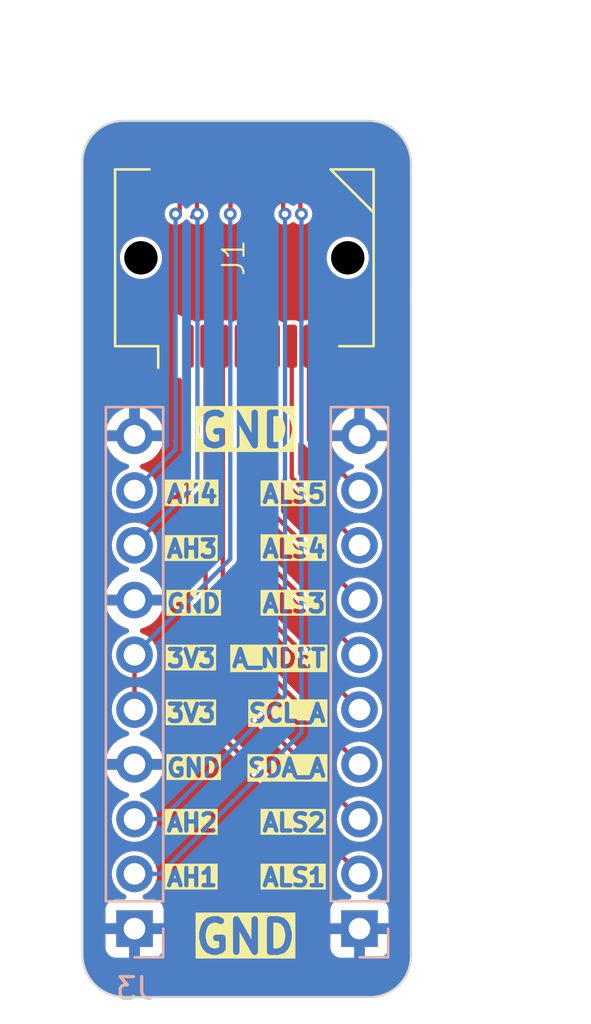
<source format=kicad_pcb>
(kicad_pcb (version 20240108) (generator "pcbnew") (generator_version "8.0")
  (layers (0 "F.Cu" signal) (31 "B.Cu" signal) (34 "B.Paste" user) (35 "F.Paste" user) (36 "B.SilkS" user "B.Silkscreen") (37 "F.SilkS" user "F.Silkscreen") (38 "B.Mask" user) (39 "F.Mask" user) (44 "Edge.Cuts" user))
  (net 0 "")
  (net 1 "/GND")
  (net 2 "/ALS1")
  (net 3 "/ALS2")
  (net 4 "/SDA_A")
  (net 5 "/SCL_A")
  (net 6 "/A_NDET")
  (net 7 "/ALS3")
  (net 8 "/ALS4")
  (net 9 "/ALS5")
  (net 10 "/AH1")
  (net 11 "/AH2")
  (net 12 "/PORTA_3V3")
  (net 13 "/AH3")
  (net 14 "/AH4")
  (footprint "tildagon:SFP" (layer "F.Cu") (at 81.17095 57.15 90)
    (property "Reference" "J1" (at 0 -0.5 90) (layer "F.SilkS") (effects (font (thickness 0.1))))
    (property "Value" "Conn_02x10_Counter_Clockwise")
    (fp_line (start 4.1 -6) (end -4.1 -6) (stroke (width 0.12)) (layer "F.SilkS"))
    (fp_line (start -4.1 -6) (end -4.1 -4) (stroke (width 0.12)) (layer "F.SilkS"))
    (fp_line (start 4.1 -4.4) (end 4.1 -6) (stroke (width 0.12)) (layer "F.SilkS"))
    (fp_line (start -4.1 -4) (end -5.1 -4) (stroke (width 0.12)) (layer "F.SilkS"))
    (fp_line (start 4.1 4) (end 4.1 6) (stroke (width 0.12)) (layer "F.SilkS"))
    (fp_line (start -4.1 4.4) (end -4.1 6) (stroke (width 0.12)) (layer "F.SilkS"))
    (fp_line (start 4.1 6) (end -4.1 6) (stroke (width 0.12)) (layer "F.SilkS"))
    (fp_line (start 2.1 6) (end 4.1 4) (stroke (width 0.12)) (layer "F.SilkS"))
    (pad "" np_thru_hole circle (at 0 -4.8 90) (size 2 2) (drill 1.55) (layers "*.Mask"))
    (pad "" np_thru_hole circle (at 0 4.8 90) (size 2 2) (drill 1.55) (layers "*.Mask"))
    (pad "1" smd roundrect (at -4.1 -3.4 90) (size 2 0.5) (layers "F.Cu" "F.Paste" "F.Mask") (net 1 "/GND"))
    (pad "2" smd roundrect (at -4.1 -2.6 90) (size 2 0.5) (layers "F.Cu" "F.Paste" "F.Mask") (net 2 "/ALS1"))
    (pad "3" smd roundrect (at -4.1 -1.8 90) (size 2 0.5) (layers "F.Cu" "F.Paste" "F.Mask") (net 3 "/ALS2"))
    (pad "4" smd roundrect (at -4.1 -1 90) (size 2 0.5) (layers "F.Cu" "F.Paste" "F.Mask") (net 4 "/SDA_A"))
    (pad "5" smd roundrect (at -4.1 -0.2 90) (size 2 0.5) (layers "F.Cu" "F.Paste" "F.Mask") (net 5 "/SCL_A"))
    (pad "6" smd roundrect (at -4.1 0.6 90) (size 2 0.5) (layers "F.Cu" "F.Paste" "F.Mask") (net 6 "/A_NDET"))
    (pad "7" smd roundrect (at -4.1 1.4 90) (size 2 0.5) (layers "F.Cu" "F.Paste" "F.Mask") (net 7 "/ALS3"))
    (pad "8" smd roundrect (at -4.1 2.2 90) (size 2 0.5) (layers "F.Cu" "F.Paste" "F.Mask") (net 8 "/ALS4"))
    (pad "9" smd roundrect (at -4.1 3 90) (size 2 0.5) (layers "F.Cu" "F.Paste" "F.Mask") (net 9 "/ALS5"))
    (pad "10" smd roundrect (at -4.1 3.8 90) (size 2 0.5) (layers "F.Cu" "F.Paste" "F.Mask") (net 1 "/GND"))
    (pad "11" smd roundrect (at 4.1 3.4 90) (size 2 0.5) (layers "F.Cu" "F.Paste" "F.Mask") (net 1 "/GND"))
    (pad "12" smd roundrect (at 4.1 2.6 90) (size 2 0.5) (layers "F.Cu" "F.Paste" "F.Mask") (net 10 "/AH1"))
    (pad "13" smd roundrect (at 4.1 1.8 90) (size 2 0.5) (layers "F.Cu" "F.Paste" "F.Mask") (net 11 "/AH2"))
    (pad "14" smd roundrect (at 4.1 1 90) (size 2 0.5) (layers "F.Cu" "F.Paste" "F.Mask") (net 1 "/GND"))
    (pad "15" smd roundrect (at 4.1 0.2 90) (size 2 0.5) (layers "F.Cu" "F.Paste" "F.Mask") (net 12 "/PORTA_3V3"))
    (pad "16" smd roundrect (at 4.1 -0.6 90) (size 2 0.5) (layers "F.Cu" "F.Paste" "F.Mask") (net 12 "/PORTA_3V3"))
    (pad "17" smd roundrect (at 4.1 -1.4 90) (size 2 0.5) (layers "F.Cu" "F.Paste" "F.Mask") (net 1 "/GND"))
    (pad "18" smd roundrect (at 4.1 -2.2 90) (size 2 0.5) (layers "F.Cu" "F.Paste" "F.Mask") (net 13 "/AH3"))
    (pad "19" smd roundrect (at 4.1 -3 90) (size 2 0.5) (layers "F.Cu" "F.Paste" "F.Mask") (net 14 "/AH4"))
    (pad "20" smd roundrect (at 4.1 -3.8 90) (size 2 0.5) (layers "F.Cu" "F.Paste" "F.Mask") (net 1 "/GND"))
  )
  (footprint "Connector_PinSocket_2.54mm:PinSocket_1x10_P2.54mm_Vertical" (layer "B.Cu") (at 76.072997 88.264999)
    (property "Reference" "J3" (at 0 2.77 0) (layer "B.SilkS") (effects (justify mirror)))
    (property "Value" "Conn_01x10_Pin")
    (fp_line (start -1.33 -24.19) (end 1.33 -24.19) (stroke (width 0.12)) (layer "B.SilkS"))
    (fp_line (start -1.33 -1.27) (end -1.33 -24.19) (stroke (width 0.12)) (layer "B.SilkS"))
    (fp_line (start -1.33 -1.27) (end 1.33 -1.27) (stroke (width 0.12)) (layer "B.SilkS"))
    (fp_line (start 0 1.33) (end 1.33 1.33) (stroke (width 0.12)) (layer "B.SilkS"))
    (fp_line (start 1.33 -1.27) (end 1.33 -24.19) (stroke (width 0.12)) (layer "B.SilkS"))
    (fp_line (start 1.33 1.33) (end 1.33 0) (stroke (width 0.12)) (layer "B.SilkS"))
    (pad "1" thru_hole rect (at 0 0) (size 1.7 1.7) (drill 1) (layers "*.Cu" "*.Mask") (net 1 "/GND"))
    (pad "2" thru_hole oval (at 0 -2.54) (size 1.7 1.7) (drill 1) (layers "*.Cu" "*.Mask") (net 10 "/AH1"))
    (pad "3" thru_hole oval (at 0 -5.08) (size 1.7 1.7) (drill 1) (layers "*.Cu" "*.Mask") (net 11 "/AH2"))
    (pad "4" thru_hole oval (at 0 -7.62) (size 1.7 1.7) (drill 1) (layers "*.Cu" "*.Mask") (net 1 "/GND"))
    (pad "5" thru_hole oval (at 0 -10.16) (size 1.7 1.7) (drill 1) (layers "*.Cu" "*.Mask") (net 12 "/PORTA_3V3"))
    (pad "6" thru_hole oval (at 0 -12.7) (size 1.7 1.7) (drill 1) (layers "*.Cu" "*.Mask") (net 12 "/PORTA_3V3"))
    (pad "7" thru_hole oval (at 0 -15.24) (size 1.7 1.7) (drill 1) (layers "*.Cu" "*.Mask") (net 1 "/GND"))
    (pad "8" thru_hole oval (at 0 -17.78) (size 1.7 1.7) (drill 1) (layers "*.Cu" "*.Mask") (net 13 "/AH3"))
    (pad "9" thru_hole oval (at 0 -20.32) (size 1.7 1.7) (drill 1) (layers "*.Cu" "*.Mask") (net 14 "/AH4"))
    (pad "10" thru_hole oval (at 0 -22.86) (size 1.7 1.7) (drill 1) (layers "*.Cu" "*.Mask") (net 1 "/GND"))
  )
  (footprint "Connector_PinSocket_2.54mm:PinSocket_1x10_P2.54mm_Vertical" (layer "B.Cu") (at 86.514997 88.265001)
    (property "Reference" "J2" (hide yes))
    (property "Value" "Conn_01x10_Pin")
    (fp_line (start -1.33 -24.19) (end 1.33 -24.19) (stroke (width 0.12)) (layer "B.SilkS"))
    (fp_line (start -1.33 -1.27) (end -1.33 -24.19) (stroke (width 0.12)) (layer "B.SilkS"))
    (fp_line (start -1.33 -1.27) (end 1.33 -1.27) (stroke (width 0.12)) (layer "B.SilkS"))
    (fp_line (start 0 1.33) (end 1.33 1.33) (stroke (width 0.12)) (layer "B.SilkS"))
    (fp_line (start 1.33 -1.27) (end 1.33 -24.19) (stroke (width 0.12)) (layer "B.SilkS"))
    (fp_line (start 1.33 1.33) (end 1.33 0) (stroke (width 0.12)) (layer "B.SilkS"))
    (pad "1" thru_hole rect (at 0 0) (size 1.7 1.7) (drill 1) (layers "*.Cu" "*.Mask") (net 1 "/GND"))
    (pad "2" thru_hole oval (at 0 -2.54) (size 1.7 1.7) (drill 1) (layers "*.Cu" "*.Mask") (net 2 "/ALS1"))
    (pad "3" thru_hole oval (at 0 -5.08) (size 1.7 1.7) (drill 1) (layers "*.Cu" "*.Mask") (net 3 "/ALS2"))
    (pad "4" thru_hole oval (at 0 -7.62) (size 1.7 1.7) (drill 1) (layers "*.Cu" "*.Mask") (net 4 "/SDA_A"))
    (pad "5" thru_hole oval (at 0 -10.16) (size 1.7 1.7) (drill 1) (layers "*.Cu" "*.Mask") (net 5 "/SCL_A"))
    (pad "6" thru_hole oval (at 0 -12.7) (size 1.7 1.7) (drill 1) (layers "*.Cu" "*.Mask") (net 6 "/A_NDET"))
    (pad "7" thru_hole oval (at 0 -15.24) (size 1.7 1.7) (drill 1) (layers "*.Cu" "*.Mask") (net 7 "/ALS3"))
    (pad "8" thru_hole oval (at 0 -17.78) (size 1.7 1.7) (drill 1) (layers "*.Cu" "*.Mask") (net 8 "/ALS4"))
    (pad "9" thru_hole oval (at 0 -20.32) (size 1.7 1.7) (drill 1) (layers "*.Cu" "*.Mask") (net 9 "/ALS5"))
    (pad "10" thru_hole oval (at 0 -22.86) (size 1.7 1.7) (drill 1) (layers "*.Cu" "*.Mask") (net 1 "/GND"))
  )
  (gr_arc (start 75.642039 91.44) (mid 74.240526 90.859475) (end 73.66 89.457963) (stroke (width 0.1)) (layer "Edge.Cuts"))
  (gr_arc (start 88.9 89.535) (mid 88.342038 90.882038) (end 86.995 91.44) (stroke (width 0.1)) (layer "Edge.Cuts"))
  (gr_arc (start 73.66 52.705) (mid 74.217961 51.357961) (end 75.565 50.8) (stroke (width 0.1)) (layer "Edge.Cuts"))
  (gr_line (start 75.642039 91.44) (end 86.995 91.44) (stroke (width 0.1)) (layer "Edge.Cuts"))
  (gr_line (start 75.565 50.8) (end 86.995 50.8) (stroke (width 0.1)) (layer "Edge.Cuts"))
  (gr_arc (start 86.995 50.800001) (mid 88.34751 51.406974) (end 88.901498 52.782036) (stroke (width 0.1)) (layer "Edge.Cuts"))
  (gr_line (start 73.66 52.705) (end 73.66 89.457963) (stroke (width 0.1)) (layer "Edge.Cuts"))
  (gr_line (start 88.901498 52.782036) (end 88.9 89.535) (stroke (width 0.1)) (layer "Edge.Cuts"))
  (gr_text "GND\n" (at 77.47 73.66 0) (layer "F.SilkS" knockout) (effects (font (size 0.8 0.8) (thickness 0.2) (bold yes)) (justify left bottom)))
  (gr_text "AH1" (at 77.47 86.36 0) (layer "F.SilkS" knockout) (effects (font (size 0.8 0.8) (thickness 0.2) (bold yes)) (justify left bottom)))
  (gr_text "3V3" (at 77.47 76.2 0) (layer "F.SilkS" knockout) (effects (font (size 0.8 0.8) (thickness 0.2) (bold yes)) (justify left bottom)))
  (gr_text "GND" (at 78.74 89.535 0) (layer "F.SilkS" knockout) (effects (font (size 1.5 1.5) (thickness 0.3) (bold yes)) (justify left bottom)))
  (gr_text "ALS4" (at 81.915 71.119997 0) (layer "F.SilkS" knockout) (effects (font (size 0.8 0.8) (thickness 0.2) (bold yes)) (justify left bottom)))
  (gr_text "3V3" (at 77.47 78.74 0) (layer "F.SilkS" knockout) (effects (font (size 0.8 0.8) (thickness 0.2) (bold yes)) (justify left bottom)))
  (gr_text "ALS2" (at 81.915 83.819997 0) (layer "F.SilkS" knockout) (effects (font (size 0.8 0.8) (thickness 0.2) (bold yes)) (justify left bottom)))
  (gr_text "ALS3" (at 81.915 73.659997 0) (layer "F.SilkS" knockout) (effects (font (size 0.8 0.8) (thickness 0.2) (bold yes)) (justify left bottom)))
  (gr_text "AH4" (at 77.47 68.58 0) (layer "F.SilkS" knockout) (effects (font (size 0.8 0.8) (thickness 0.2) (bold yes)) (justify left bottom)))
  (gr_text "ALS5" (at 81.915 68.579997 0) (layer "F.SilkS" knockout) (effects (font (size 0.8 0.8) (thickness 0.2) (bold yes)) (justify left bottom)))
  (gr_text "AH3" (at 77.47 71.12 0) (layer "F.SilkS" knockout) (effects (font (size 0.8 0.8) (thickness 0.2) (bold yes)) (justify left bottom)))
  (gr_text "AH2" (at 77.47 83.82 0) (layer "F.SilkS" knockout) (effects (font (size 0.8 0.8) (thickness 0.2) (bold yes)) (justify left bottom)))
  (gr_text "GND" (at 78.74 66.04 0) (layer "F.SilkS" knockout) (effects (font (size 1.5 1.5) (thickness 0.3) (bold yes)) (justify left bottom)))
  (gr_text "SDA_A" (at 81.229286 81.280001 0) (layer "F.SilkS" knockout) (effects (font (size 0.8 0.8) (thickness 0.2) (bold yes)) (justify left bottom)))
  (gr_text "ALS1" (at 81.915 86.36 0) (layer "F.SilkS" knockout) (effects (font (size 0.8 0.8) (thickness 0.2) (bold yes)) (justify left bottom)))
  (gr_text "SCL_A" (at 81.267381 78.739995 0) (layer "F.SilkS" knockout) (effects (font (size 0.8 0.8) (thickness 0.2) (bold yes)) (justify left bottom)))
  (gr_text "GND" (at 77.47 81.28 0) (layer "F.SilkS" knockout) (effects (font (size 0.8 0.8) (thickness 0.2) (bold yes)) (justify left bottom)))
  (gr_text "A_NDET" (at 80.505476 76.199997 0) (layer "F.SilkS" knockout) (effects (font (size 0.8 0.8) (thickness 0.2) (bold yes)) (justify left bottom)))
  (segment (start 81.53595 55.88) (end 82.17095 55.245) (width 0.2) (layer "F.Cu") (net 1))
  (segment (start 77.37095 53.05) (end 77.37095 55.48) (width 0.2) (layer "F.Cu") (net 1))
  (segment (start 84.97095 58.30095) (end 83.82 57.15) (width 0.2) (layer "F.Cu") (net 1))
  (segment (start 80.645 55.88) (end 81.53595 55.88) (width 0.2) (layer "F.Cu") (net 1))
  (segment (start 82.17095 55.245) (end 82.17095 53.05) (width 0.2) (layer "F.Cu") (net 1))
  (segment (start 83.82 57.15) (end 83.82 56.515) (width 0.2) (layer "F.Cu") (net 1))
  (segment (start 83.82 56.515) (end 83.185 55.88) (width 0.2) (layer "F.Cu") (net 1))
  (segment (start 79.375 55.88) (end 77.77095 55.88) (width 0.2) (layer "F.Cu") (net 1))
  (segment (start 79.77095 53.05) (end 79.77095 55.48405) (width 0.2) (layer "F.Cu") (net 1))
  (segment (start 83.185 55.88) (end 79.375 55.88) (width 0.2) (layer "F.Cu") (net 1))
  (segment (start 77.37095 55.48) (end 77.77095 55.88) (width 0.2) (layer "F.Cu") (net 1))
  (segment (start 84.57095 53.05) (end 84.57095 55.76405) (width 0.2) (layer "F.Cu") (net 1))
  (segment (start 79.77095 55.48405) (end 79.375 55.88) (width 0.2) (layer "F.Cu") (net 1))
  (segment (start 77.77095 55.88) (end 77.77095 61.25) (width 0.2) (layer "F.Cu") (net 1))
  (segment (start 84.97095 61.25) (end 84.97095 58.30095) (width 0.2) (layer "F.Cu") (net 1))
  (segment (start 84.455 55.88) (end 83.185 55.88) (width 0.2) (layer "F.Cu") (net 1))
  (segment (start 84.57095 55.76405) (end 84.455 55.88) (width 0.2) (layer "F.Cu") (net 1))
  (segment (start 78.57095 77.780954) (end 86.514997 85.725001) (width 0.2) (layer "F.Cu") (net 2))
  (segment (start 78.57095 61.25) (end 78.57095 77.780954) (width 0.2) (layer "F.Cu") (net 2))
  (segment (start 79.37095 76.040954) (end 86.514997 83.185001) (width 0.2) (layer "F.Cu") (net 3))
  (segment (start 79.37095 61.25) (end 79.37095 76.040954) (width 0.2) (layer "F.Cu") (net 3))
  (segment (start 80.17095 74.300954) (end 86.514997 80.645001) (width 0.2) (layer "F.Cu") (net 4))
  (segment (start 80.17095 61.25) (end 80.17095 74.300954) (width 0.2) (layer "F.Cu") (net 4))
  (segment (start 80.97095 72.560954) (end 86.514997 78.105001) (width 0.2) (layer "F.Cu") (net 5))
  (segment (start 80.97095 61.25) (end 80.97095 72.560954) (width 0.2) (layer "F.Cu") (net 5))
  (segment (start 81.77095 61.25) (end 81.77095 70.820954) (width 0.2) (layer "F.Cu") (net 6))
  (segment (start 81.77095 70.820954) (end 86.514997 75.565001) (width 0.2) (layer "F.Cu") (net 6))
  (segment (start 82.57095 61.25) (end 82.57095 69.080954) (width 0.2) (layer "F.Cu") (net 7))
  (segment (start 82.57095 69.080954) (end 86.514997 73.025001) (width 0.2) (layer "F.Cu") (net 7))
  (segment (start 83.37095 61.25) (end 83.37095 61.40905) (width 0.2) (layer "F.Cu") (net 8))
  (segment (start 83.37095 61.40905) (end 83.185 61.595) (width 0.2) (layer "F.Cu") (net 8))
  (segment (start 83.37095 67.340954) (end 86.514997 70.485001) (width 0.2) (layer "F.Cu") (net 8))
  (segment (start 83.37095 61.25) (end 83.37095 67.340954) (width 0.2) (layer "F.Cu") (net 8))
  (segment (start 84.17095 61.25) (end 84.17095 65.600954) (width 0.2) (layer "F.Cu") (net 9))
  (segment (start 84.17095 65.600954) (end 86.514997 67.945001) (width 0.2) (layer "F.Cu") (net 9))
  (segment (start 83.77095 55.16705) (end 83.77095 55.19595) (width 0.2) (layer "F.Cu") (net 10))
  (segment (start 83.82 55.118) (end 83.77095 55.16705) (width 0.2) (layer "F.Cu") (net 10))
  (segment (start 83.77095 55.06895) (end 83.82 55.118) (width 0.2) (layer "F.Cu") (net 10))
  (segment (start 83.77095 53.05) (end 83.77095 55.06895) (width 0.2) (layer "F.Cu") (net 10))
  (via (at 83.82 55.118) (size 0.6) (drill 0.3) (layers "F.Cu" "B.Cu") (net 10))
  (segment (start 77.275078 85.724999) (end 76.072997 85.724999) (width 0.2) (layer "B.Cu") (net 10))
  (segment (start 83.82 79.180077) (end 77.275078 85.724999) (width 0.2) (layer "B.Cu") (net 10))
  (segment (start 83.82 55.118) (end 83.82 79.180077) (width 0.2) (layer "B.Cu") (net 10))
  (segment (start 82.97095 55.03095) (end 83.058 55.118) (width 0.2) (layer "F.Cu") (net 11))
  (segment (start 82.97095 53.05) (end 82.97095 55.03095) (width 0.2) (layer "F.Cu") (net 11))
  (segment (start 83.058 55.118) (end 83.185 55.245) (width 0.2) (layer "F.Cu") (net 11))
  (via (at 83.058 55.118) (size 0.6) (drill 0.3) (layers "F.Cu" "B.Cu") (net 11))
  (segment (start 77.343001 83.184999) (end 76.072997 83.184999) (width 0.2) (layer "B.Cu") (net 11))
  (segment (start 83.058 77.47) (end 77.343001 83.184999) (width 0.2) (layer "B.Cu") (net 11))
  (segment (start 83.058 55.118) (end 83.058 77.47) (width 0.2) (layer "B.Cu") (net 11))
  (segment (start 76.072997 75.564999) (end 76.072997 78.104999) (width 0.2) (layer "F.Cu") (net 12))
  (segment (start 80.57095 53.05) (end 81.37095 53.05) (width 0.2) (layer "F.Cu") (net 12))
  (segment (start 80.57095 55.17095) (end 80.645 55.245) (width 0.2) (layer "F.Cu") (net 12))
  (segment (start 80.57095 53.05) (end 80.518 55.118) (width 0.2) (layer "F.Cu") (net 12))
  (segment (start 80.518 55.118) (end 80.57095 55.17095) (width 0.2) (layer "F.Cu") (net 12))
  (via (at 80.518 55.118) (size 0.6) (drill 0.3) (layers "F.Cu" "B.Cu") (net 12))
  (segment (start 80.518 55.118) (end 80.518 71.119996) (width 0.2) (layer "B.Cu") (net 12))
  (segment (start 80.518 71.119996) (end 76.072997 75.564999) (width 0.2) (layer "B.Cu") (net 12))
  (segment (start 78.97095 55.01405) (end 78.994 54.991) (width 0.2) (layer "F.Cu") (net 13))
  (segment (start 78.97095 53.05) (end 78.97095 55.01405) (width 0.2) (layer "F.Cu") (net 13))
  (segment (start 78.994 55.118) (end 78.867 55.118) (width 0.2) (layer "F.Cu") (net 13))
  (segment (start 78.994 54.991) (end 78.994 55.118) (width 0.2) (layer "F.Cu") (net 13))
  (segment (start 78.867 55.118) (end 78.74 55.245) (width 0.2) (layer "F.Cu") (net 13))
  (via (at 78.994 55.118) (size 0.6) (drill 0.3) (layers "F.Cu" "B.Cu") (net 13))
  (segment (start 76.072997 70.484999) (end 78.994 67.563996) (width 0.2) (layer "B.Cu") (net 13))
  (segment (start 78.994 67.563996) (end 78.994 55.118) (width 0.2) (layer "B.Cu") (net 13))
  (segment (start 78.17095 53.05) (end 78.17095 55.17905) (width 0.2) (layer "F.Cu") (net 14))
  (segment (start 78.17095 55.17905) (end 77.978 55.118) (width 0.2) (layer "F.Cu") (net 14))
  (segment (start 78.160949 54.06) (end 78.105 54.06) (width 0.2) (layer "F.Cu") (net 14))
  (segment (start 78.17095 53.05) (end 78.17095 54.049999) (width 0.2) (layer "F.Cu") (net 14))
  (segment (start 78.17095 54.049999) (end 78.160949 54.06) (width 0.2) (layer "F.Cu") (net 14))
  (segment (start 77.978 55.118) (end 78.105 55.245) (width 0.2) (layer "F.Cu") (net 14))
  (via (at 77.978 55.118) (size 0.6) (drill 0.3) (layers "F.Cu" "B.Cu") (net 14))
  (segment (start 77.978 66.039996) (end 76.072997 67.944999) (width 0.2) (layer "B.Cu") (net 14))
  (segment (start 77.978 55.118) (end 77.978 66.039996) (width 0.2) (layer "B.Cu") (net 14))
  (zone (net 1) (net_name "/GND") (layers "F&B.Cu") (priority 1) (connect_pads (clearance 0.2)) (min_thickness 0.25) (fill yes (thermal_gap 0.5) (thermal_bridge_width 0.5) (island_removal_mode 1) (island_area_min 10))
    (polygon (pts (xy 69.85 45.72) (xy 97.282 45.72) (xy 97.155 92.71) (xy 69.85 92.71)))
  )
)
</source>
